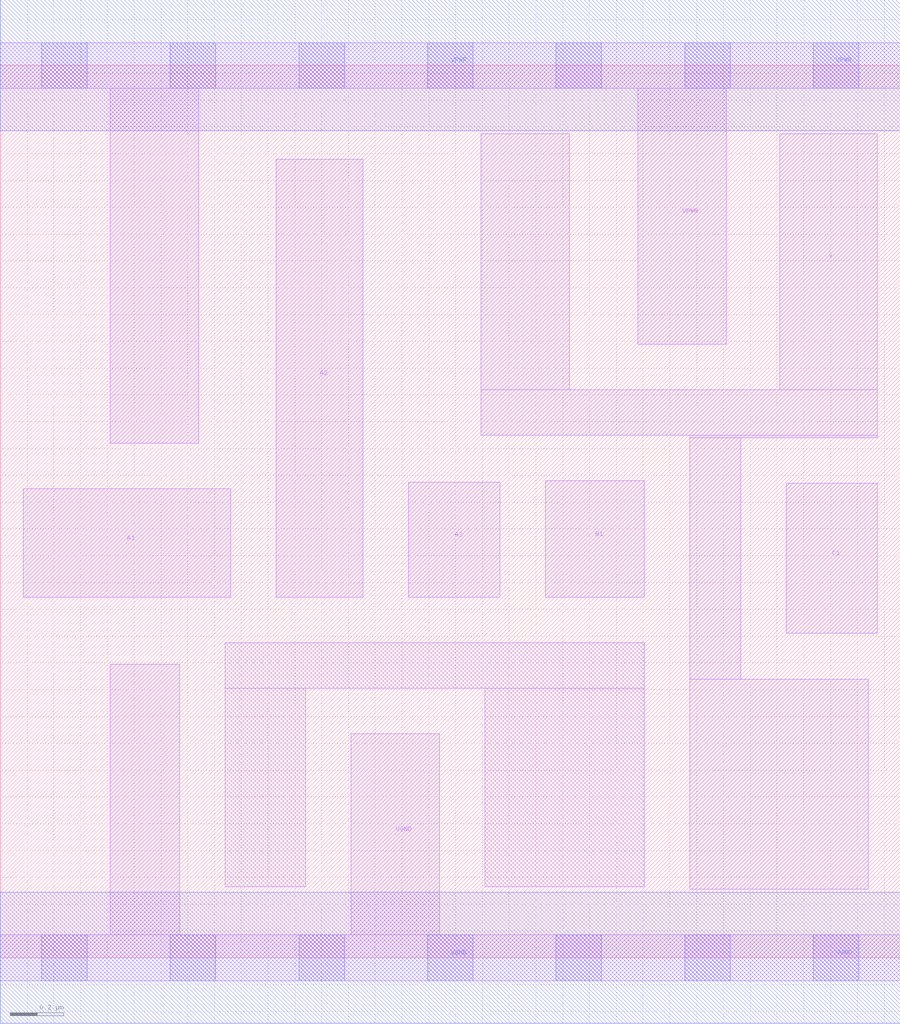
<source format=lef>
# Copyright 2020 The SkyWater PDK Authors
#
# Licensed under the Apache License, Version 2.0 (the "License");
# you may not use this file except in compliance with the License.
# You may obtain a copy of the License at
#
#     https://www.apache.org/licenses/LICENSE-2.0
#
# Unless required by applicable law or agreed to in writing, software
# distributed under the License is distributed on an "AS IS" BASIS,
# WITHOUT WARRANTIES OR CONDITIONS OF ANY KIND, either express or implied.
# See the License for the specific language governing permissions and
# limitations under the License.
#
# SPDX-License-Identifier: Apache-2.0

VERSION 5.7 ;
  NAMESCASESENSITIVE ON ;
  NOWIREEXTENSIONATPIN ON ;
  DIVIDERCHAR "/" ;
  BUSBITCHARS "[]" ;
UNITS
  DATABASE MICRONS 200 ;
END UNITS
MACRO sky130_fd_sc_lp__o311ai_1
  CLASS CORE ;
  SOURCE USER ;
  FOREIGN sky130_fd_sc_lp__o311ai_1 ;
  ORIGIN  0.000000  0.000000 ;
  SIZE  3.360000 BY  3.330000 ;
  SYMMETRY X Y R90 ;
  SITE unit ;
  PIN A1
    ANTENNAGATEAREA  0.315000 ;
    DIRECTION INPUT ;
    USE SIGNAL ;
    PORT
      LAYER li1 ;
        RECT 0.085000 1.345000 0.860000 1.750000 ;
    END
  END A1
  PIN A2
    ANTENNAGATEAREA  0.315000 ;
    DIRECTION INPUT ;
    USE SIGNAL ;
    PORT
      LAYER li1 ;
        RECT 1.030000 1.345000 1.355000 2.980000 ;
    END
  END A2
  PIN A3
    ANTENNAGATEAREA  0.315000 ;
    DIRECTION INPUT ;
    USE SIGNAL ;
    PORT
      LAYER li1 ;
        RECT 1.525000 1.345000 1.865000 1.775000 ;
    END
  END A3
  PIN B1
    ANTENNAGATEAREA  0.315000 ;
    DIRECTION INPUT ;
    USE SIGNAL ;
    PORT
      LAYER li1 ;
        RECT 2.035000 1.345000 2.405000 1.780000 ;
    END
  END B1
  PIN C1
    ANTENNAGATEAREA  0.315000 ;
    DIRECTION INPUT ;
    USE SIGNAL ;
    PORT
      LAYER li1 ;
        RECT 2.935000 1.210000 3.275000 1.770000 ;
    END
  END C1
  PIN Y
    ANTENNADIFFAREA  1.047900 ;
    DIRECTION OUTPUT ;
    USE SIGNAL ;
    PORT
      LAYER li1 ;
        RECT 1.795000 1.950000 3.275000 2.120000 ;
        RECT 1.795000 2.120000 2.125000 3.075000 ;
        RECT 2.575000 0.255000 3.240000 1.040000 ;
        RECT 2.575000 1.040000 2.765000 1.940000 ;
        RECT 2.575000 1.940000 3.275000 1.950000 ;
        RECT 2.910000 2.120000 3.275000 3.075000 ;
    END
  END Y
  PIN VGND
    DIRECTION INOUT ;
    USE GROUND ;
    PORT
      LAYER li1 ;
        RECT 0.000000 -0.085000 3.360000 0.085000 ;
        RECT 0.410000  0.085000 0.670000 1.095000 ;
        RECT 1.310000  0.085000 1.640000 0.835000 ;
      LAYER mcon ;
        RECT 0.155000 -0.085000 0.325000 0.085000 ;
        RECT 0.635000 -0.085000 0.805000 0.085000 ;
        RECT 1.115000 -0.085000 1.285000 0.085000 ;
        RECT 1.595000 -0.085000 1.765000 0.085000 ;
        RECT 2.075000 -0.085000 2.245000 0.085000 ;
        RECT 2.555000 -0.085000 2.725000 0.085000 ;
        RECT 3.035000 -0.085000 3.205000 0.085000 ;
      LAYER met1 ;
        RECT 0.000000 -0.245000 3.360000 0.245000 ;
    END
  END VGND
  PIN VPWR
    DIRECTION INOUT ;
    USE POWER ;
    PORT
      LAYER li1 ;
        RECT 0.000000 3.245000 3.360000 3.415000 ;
        RECT 0.410000 1.920000 0.740000 3.245000 ;
        RECT 2.380000 2.290000 2.710000 3.245000 ;
      LAYER mcon ;
        RECT 0.155000 3.245000 0.325000 3.415000 ;
        RECT 0.635000 3.245000 0.805000 3.415000 ;
        RECT 1.115000 3.245000 1.285000 3.415000 ;
        RECT 1.595000 3.245000 1.765000 3.415000 ;
        RECT 2.075000 3.245000 2.245000 3.415000 ;
        RECT 2.555000 3.245000 2.725000 3.415000 ;
        RECT 3.035000 3.245000 3.205000 3.415000 ;
      LAYER met1 ;
        RECT 0.000000 3.085000 3.360000 3.575000 ;
    END
  END VPWR
  OBS
    LAYER li1 ;
      RECT 0.840000 0.265000 1.140000 1.005000 ;
      RECT 0.840000 1.005000 2.405000 1.175000 ;
      RECT 1.810000 0.265000 2.405000 1.005000 ;
  END
END sky130_fd_sc_lp__o311ai_1

</source>
